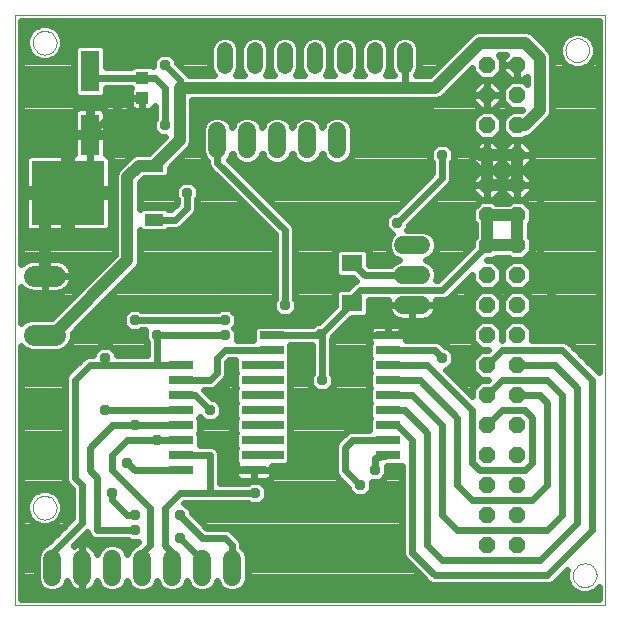
<source format=gbl>
G75*
%MOIN*%
%OFA0B0*%
%FSLAX24Y24*%
%IPPOS*%
%LPD*%
%AMOC8*
5,1,8,0,0,1.08239X$1,22.5*
%
%ADD10C,0.0000*%
%ADD11C,0.0705*%
%ADD12R,0.2441X0.2126*%
%ADD13R,0.0630X0.0394*%
%ADD14R,0.0630X0.1378*%
%ADD15R,0.0394X0.0433*%
%ADD16R,0.0800X0.0260*%
%ADD17OC8,0.0560*%
%ADD18C,0.0600*%
%ADD19R,0.0709X0.0551*%
%ADD20C,0.0520*%
%ADD21C,0.0240*%
%ADD22C,0.0400*%
%ADD23OC8,0.0356*%
D10*
X001100Y000333D02*
X001100Y020018D01*
X020785Y020018D01*
X020785Y000333D01*
X001100Y000333D01*
X001706Y003583D02*
X001708Y003622D01*
X001714Y003661D01*
X001724Y003699D01*
X001737Y003736D01*
X001754Y003771D01*
X001774Y003805D01*
X001798Y003836D01*
X001825Y003865D01*
X001854Y003891D01*
X001886Y003914D01*
X001920Y003934D01*
X001956Y003950D01*
X001993Y003962D01*
X002032Y003971D01*
X002071Y003976D01*
X002110Y003977D01*
X002149Y003974D01*
X002188Y003967D01*
X002225Y003956D01*
X002262Y003942D01*
X002297Y003924D01*
X002330Y003903D01*
X002361Y003878D01*
X002389Y003851D01*
X002414Y003821D01*
X002436Y003788D01*
X002455Y003754D01*
X002470Y003718D01*
X002482Y003680D01*
X002490Y003642D01*
X002494Y003603D01*
X002494Y003563D01*
X002490Y003524D01*
X002482Y003486D01*
X002470Y003448D01*
X002455Y003412D01*
X002436Y003378D01*
X002414Y003345D01*
X002389Y003315D01*
X002361Y003288D01*
X002330Y003263D01*
X002297Y003242D01*
X002262Y003224D01*
X002225Y003210D01*
X002188Y003199D01*
X002149Y003192D01*
X002110Y003189D01*
X002071Y003190D01*
X002032Y003195D01*
X001993Y003204D01*
X001956Y003216D01*
X001920Y003232D01*
X001886Y003252D01*
X001854Y003275D01*
X001825Y003301D01*
X001798Y003330D01*
X001774Y003361D01*
X001754Y003395D01*
X001737Y003430D01*
X001724Y003467D01*
X001714Y003505D01*
X001708Y003544D01*
X001706Y003583D01*
X001706Y019083D02*
X001708Y019122D01*
X001714Y019161D01*
X001724Y019199D01*
X001737Y019236D01*
X001754Y019271D01*
X001774Y019305D01*
X001798Y019336D01*
X001825Y019365D01*
X001854Y019391D01*
X001886Y019414D01*
X001920Y019434D01*
X001956Y019450D01*
X001993Y019462D01*
X002032Y019471D01*
X002071Y019476D01*
X002110Y019477D01*
X002149Y019474D01*
X002188Y019467D01*
X002225Y019456D01*
X002262Y019442D01*
X002297Y019424D01*
X002330Y019403D01*
X002361Y019378D01*
X002389Y019351D01*
X002414Y019321D01*
X002436Y019288D01*
X002455Y019254D01*
X002470Y019218D01*
X002482Y019180D01*
X002490Y019142D01*
X002494Y019103D01*
X002494Y019063D01*
X002490Y019024D01*
X002482Y018986D01*
X002470Y018948D01*
X002455Y018912D01*
X002436Y018878D01*
X002414Y018845D01*
X002389Y018815D01*
X002361Y018788D01*
X002330Y018763D01*
X002297Y018742D01*
X002262Y018724D01*
X002225Y018710D01*
X002188Y018699D01*
X002149Y018692D01*
X002110Y018689D01*
X002071Y018690D01*
X002032Y018695D01*
X001993Y018704D01*
X001956Y018716D01*
X001920Y018732D01*
X001886Y018752D01*
X001854Y018775D01*
X001825Y018801D01*
X001798Y018830D01*
X001774Y018861D01*
X001754Y018895D01*
X001737Y018930D01*
X001724Y018967D01*
X001714Y019005D01*
X001708Y019044D01*
X001706Y019083D01*
X019456Y018833D02*
X019458Y018872D01*
X019464Y018911D01*
X019474Y018949D01*
X019487Y018986D01*
X019504Y019021D01*
X019524Y019055D01*
X019548Y019086D01*
X019575Y019115D01*
X019604Y019141D01*
X019636Y019164D01*
X019670Y019184D01*
X019706Y019200D01*
X019743Y019212D01*
X019782Y019221D01*
X019821Y019226D01*
X019860Y019227D01*
X019899Y019224D01*
X019938Y019217D01*
X019975Y019206D01*
X020012Y019192D01*
X020047Y019174D01*
X020080Y019153D01*
X020111Y019128D01*
X020139Y019101D01*
X020164Y019071D01*
X020186Y019038D01*
X020205Y019004D01*
X020220Y018968D01*
X020232Y018930D01*
X020240Y018892D01*
X020244Y018853D01*
X020244Y018813D01*
X020240Y018774D01*
X020232Y018736D01*
X020220Y018698D01*
X020205Y018662D01*
X020186Y018628D01*
X020164Y018595D01*
X020139Y018565D01*
X020111Y018538D01*
X020080Y018513D01*
X020047Y018492D01*
X020012Y018474D01*
X019975Y018460D01*
X019938Y018449D01*
X019899Y018442D01*
X019860Y018439D01*
X019821Y018440D01*
X019782Y018445D01*
X019743Y018454D01*
X019706Y018466D01*
X019670Y018482D01*
X019636Y018502D01*
X019604Y018525D01*
X019575Y018551D01*
X019548Y018580D01*
X019524Y018611D01*
X019504Y018645D01*
X019487Y018680D01*
X019474Y018717D01*
X019464Y018755D01*
X019458Y018794D01*
X019456Y018833D01*
X019706Y001333D02*
X019708Y001372D01*
X019714Y001411D01*
X019724Y001449D01*
X019737Y001486D01*
X019754Y001521D01*
X019774Y001555D01*
X019798Y001586D01*
X019825Y001615D01*
X019854Y001641D01*
X019886Y001664D01*
X019920Y001684D01*
X019956Y001700D01*
X019993Y001712D01*
X020032Y001721D01*
X020071Y001726D01*
X020110Y001727D01*
X020149Y001724D01*
X020188Y001717D01*
X020225Y001706D01*
X020262Y001692D01*
X020297Y001674D01*
X020330Y001653D01*
X020361Y001628D01*
X020389Y001601D01*
X020414Y001571D01*
X020436Y001538D01*
X020455Y001504D01*
X020470Y001468D01*
X020482Y001430D01*
X020490Y001392D01*
X020494Y001353D01*
X020494Y001313D01*
X020490Y001274D01*
X020482Y001236D01*
X020470Y001198D01*
X020455Y001162D01*
X020436Y001128D01*
X020414Y001095D01*
X020389Y001065D01*
X020361Y001038D01*
X020330Y001013D01*
X020297Y000992D01*
X020262Y000974D01*
X020225Y000960D01*
X020188Y000949D01*
X020149Y000942D01*
X020110Y000939D01*
X020071Y000940D01*
X020032Y000945D01*
X019993Y000954D01*
X019956Y000966D01*
X019920Y000982D01*
X019886Y001002D01*
X019854Y001025D01*
X019825Y001051D01*
X019798Y001080D01*
X019774Y001111D01*
X019754Y001145D01*
X019737Y001180D01*
X019724Y001217D01*
X019714Y001255D01*
X019708Y001294D01*
X019706Y001333D01*
D11*
X002453Y009349D02*
X001748Y009349D01*
X001748Y011318D02*
X002453Y011318D01*
D12*
X002866Y014083D03*
D13*
X005740Y013186D03*
X005740Y014981D03*
D14*
X003600Y016020D03*
X003600Y018146D03*
D15*
X005350Y017918D03*
X005350Y017249D03*
D16*
X009670Y009333D03*
X009670Y008833D03*
X009670Y008333D03*
X009670Y007833D03*
X009670Y007333D03*
X009670Y006833D03*
X009670Y006333D03*
X009670Y005833D03*
X009670Y005333D03*
X009060Y005333D03*
X009060Y005833D03*
X009060Y006333D03*
X009060Y006833D03*
X009060Y007333D03*
X009060Y007833D03*
X009060Y008333D03*
X006640Y008333D03*
X006640Y007833D03*
X006640Y007333D03*
X006640Y006833D03*
X006640Y006333D03*
X006640Y005833D03*
X006640Y005333D03*
X006640Y004833D03*
X009060Y004833D03*
X013530Y005333D03*
X013530Y005833D03*
X013530Y006333D03*
X013530Y006833D03*
X013530Y007333D03*
X013530Y007833D03*
X013530Y008333D03*
X013530Y008833D03*
X013530Y009333D03*
D17*
X016850Y009333D03*
X016850Y008333D03*
X016850Y007333D03*
X016850Y006333D03*
X016850Y005333D03*
X016850Y004333D03*
X016850Y003333D03*
X016850Y002333D03*
X017850Y002333D03*
X017850Y003333D03*
X017850Y004333D03*
X017850Y005333D03*
X017850Y006333D03*
X017850Y007333D03*
X017850Y008333D03*
X017850Y009333D03*
X017850Y010333D03*
X016850Y010333D03*
X016850Y011333D03*
X017850Y011333D03*
X017850Y012333D03*
X016850Y012333D03*
X016850Y013333D03*
X017850Y013333D03*
X017850Y014333D03*
X017850Y015333D03*
X016850Y015333D03*
X016850Y014333D03*
X016850Y016333D03*
X017850Y016333D03*
X017850Y017333D03*
X016850Y017333D03*
X016850Y018333D03*
X017850Y018333D03*
D18*
X011850Y016133D02*
X011850Y015533D01*
X010850Y015533D02*
X010850Y016133D01*
X009850Y016133D02*
X009850Y015533D01*
X008850Y015533D02*
X008850Y016133D01*
X007850Y016133D02*
X007850Y015533D01*
X014050Y012333D02*
X014650Y012333D01*
X014650Y011333D02*
X014050Y011333D01*
X014050Y010333D02*
X014650Y010333D01*
X008350Y001883D02*
X008350Y001283D01*
X007350Y001283D02*
X007350Y001883D01*
X006350Y001883D02*
X006350Y001283D01*
X005350Y001283D02*
X005350Y001883D01*
X004350Y001883D02*
X004350Y001283D01*
X003350Y001283D02*
X003350Y001883D01*
X002350Y001883D02*
X002350Y001283D01*
D19*
X012350Y010414D03*
X012350Y011753D03*
D20*
X012100Y018323D02*
X012100Y018843D01*
X011100Y018843D02*
X011100Y018323D01*
X010100Y018323D02*
X010100Y018843D01*
X009100Y018843D02*
X009100Y018323D01*
X008100Y018323D02*
X008100Y018843D01*
X013100Y018843D02*
X013100Y018323D01*
X014100Y018323D02*
X014100Y018843D01*
D21*
X013753Y019175D02*
X013447Y019175D01*
X013507Y019115D02*
X013372Y019250D01*
X013196Y019323D01*
X013005Y019323D01*
X012828Y019250D01*
X012693Y019115D01*
X012620Y018939D01*
X012620Y018228D01*
X012693Y018051D01*
X012741Y018003D01*
X012459Y018003D01*
X012507Y018051D01*
X012580Y018228D01*
X012580Y018939D01*
X012507Y019115D01*
X012372Y019250D01*
X012196Y019323D01*
X012005Y019323D01*
X011828Y019250D01*
X011693Y019115D01*
X011620Y018939D01*
X011620Y018228D01*
X011693Y018051D01*
X011741Y018003D01*
X011459Y018003D01*
X011507Y018051D01*
X011580Y018228D01*
X011580Y018939D01*
X011507Y019115D01*
X011372Y019250D01*
X011196Y019323D01*
X011005Y019323D01*
X010828Y019250D01*
X010693Y019115D01*
X010620Y018939D01*
X010620Y018228D01*
X010693Y018051D01*
X010741Y018003D01*
X010459Y018003D01*
X010507Y018051D01*
X010580Y018228D01*
X010580Y018939D01*
X010507Y019115D01*
X010372Y019250D01*
X010196Y019323D01*
X010005Y019323D01*
X009828Y019250D01*
X009693Y019115D01*
X009620Y018939D01*
X009620Y018228D01*
X009693Y018051D01*
X009741Y018003D01*
X009459Y018003D01*
X009507Y018051D01*
X009580Y018228D01*
X009580Y018939D01*
X009507Y019115D01*
X009372Y019250D01*
X009196Y019323D01*
X009005Y019323D01*
X008828Y019250D01*
X008693Y019115D01*
X008620Y018939D01*
X008620Y018228D01*
X008693Y018051D01*
X008741Y018003D01*
X008459Y018003D01*
X008507Y018051D01*
X008580Y018228D01*
X008580Y018939D01*
X008507Y019115D01*
X008372Y019250D01*
X008196Y019323D01*
X008005Y019323D01*
X007828Y019250D01*
X007693Y019115D01*
X007620Y018939D01*
X007620Y018228D01*
X007693Y018051D01*
X007741Y018003D01*
X006898Y018003D01*
X006888Y018026D01*
X006793Y018122D01*
X006498Y018416D01*
X006498Y018498D01*
X006265Y018731D01*
X005935Y018731D01*
X005702Y018498D01*
X005702Y018291D01*
X005638Y018355D01*
X005062Y018355D01*
X004966Y018258D01*
X004135Y018258D01*
X004135Y018926D01*
X004006Y019055D01*
X003194Y019055D01*
X003065Y018926D01*
X003065Y017366D01*
X003194Y017237D01*
X004006Y017237D01*
X004135Y017366D01*
X004135Y017578D01*
X004964Y017578D01*
X004948Y017550D01*
X004933Y017494D01*
X004933Y017249D01*
X005350Y017249D01*
X005350Y017249D01*
X004828Y017249D01*
X003600Y016020D01*
X003600Y014818D01*
X002866Y014083D01*
X003100Y014599D01*
X003100Y014333D01*
X003350Y014583D01*
X002986Y014643D02*
X002746Y014643D01*
X002746Y014405D02*
X002986Y014405D01*
X002986Y014203D02*
X002746Y014203D01*
X002746Y013963D01*
X002986Y013963D01*
X002986Y012800D01*
X004115Y012800D01*
X004171Y012815D01*
X004221Y012844D01*
X004262Y012885D01*
X004291Y012935D01*
X004306Y012991D01*
X004306Y013963D01*
X002986Y013963D01*
X002986Y014203D01*
X004306Y014203D01*
X004306Y015175D01*
X004291Y015231D01*
X004262Y015281D01*
X004221Y015322D01*
X004171Y015351D01*
X004135Y015361D01*
X004135Y015983D01*
X003638Y015983D01*
X003638Y016058D01*
X004135Y016058D01*
X004135Y016738D01*
X004120Y016794D01*
X004091Y016844D01*
X004050Y016885D01*
X004000Y016914D01*
X003944Y016929D01*
X003638Y016929D01*
X003638Y016058D01*
X003563Y016058D01*
X003563Y016929D01*
X003256Y016929D01*
X003200Y016914D01*
X003150Y016885D01*
X003109Y016844D01*
X003080Y016794D01*
X003065Y016738D01*
X003065Y016058D01*
X003563Y016058D01*
X003563Y015983D01*
X003065Y015983D01*
X003065Y015366D01*
X002986Y015366D01*
X002986Y014203D01*
X002986Y014166D02*
X004430Y014166D01*
X004430Y013928D02*
X004306Y013928D01*
X004306Y013689D02*
X004430Y013689D01*
X004430Y013451D02*
X004306Y013451D01*
X004306Y013212D02*
X004430Y013212D01*
X004430Y012974D02*
X004302Y012974D01*
X004430Y012735D02*
X001320Y012735D01*
X001469Y012885D02*
X001510Y012844D01*
X001560Y012815D01*
X001616Y012800D01*
X002746Y012800D01*
X002746Y013963D01*
X001425Y013963D01*
X001425Y012991D01*
X001440Y012935D01*
X001469Y012885D01*
X001430Y012974D02*
X001320Y012974D01*
X001320Y013212D02*
X001425Y013212D01*
X001425Y013451D02*
X001320Y013451D01*
X001320Y013689D02*
X001425Y013689D01*
X001425Y013928D02*
X001320Y013928D01*
X001320Y014166D02*
X002746Y014166D01*
X002746Y014203D02*
X001425Y014203D01*
X001425Y015175D01*
X001440Y015231D01*
X001469Y015281D01*
X001510Y015322D01*
X001560Y015351D01*
X001616Y015366D01*
X002746Y015366D01*
X002746Y014203D01*
X002746Y013928D02*
X002986Y013928D01*
X002986Y013689D02*
X002746Y013689D01*
X002746Y013451D02*
X002986Y013451D01*
X002986Y013212D02*
X002746Y013212D01*
X002746Y012974D02*
X002986Y012974D01*
X002587Y011876D02*
X002498Y011890D01*
X002100Y011890D01*
X001703Y011890D01*
X001614Y011876D01*
X001528Y011848D01*
X001448Y011807D01*
X001375Y011754D01*
X001320Y011700D01*
X001320Y019798D01*
X020565Y019798D01*
X020565Y008099D01*
X019638Y009026D01*
X019543Y009122D01*
X019418Y009173D01*
X018350Y009173D01*
X018350Y009540D01*
X018057Y009833D01*
X017643Y009833D01*
X017350Y009540D01*
X017057Y009833D01*
X016643Y009833D01*
X016350Y009540D01*
X016350Y009126D01*
X016643Y008833D01*
X016869Y008833D01*
X016869Y008833D01*
X016643Y008833D01*
X016350Y008540D01*
X016350Y008126D01*
X016643Y007833D01*
X016350Y007540D01*
X016350Y007314D01*
X015479Y008185D01*
X015515Y008185D01*
X015748Y008418D01*
X015748Y008748D01*
X015515Y008981D01*
X015433Y008981D01*
X015293Y009122D01*
X015168Y009173D01*
X014150Y009173D01*
X014150Y009174D01*
X014150Y009333D01*
X013530Y009333D01*
X012910Y009333D01*
X012910Y009174D01*
X012925Y009118D01*
X012943Y009087D01*
X012910Y009054D01*
X012910Y008612D01*
X012939Y008583D01*
X012910Y008554D01*
X012910Y008112D01*
X012939Y008083D01*
X012910Y008054D01*
X012910Y007612D01*
X012939Y007583D01*
X012910Y007554D01*
X012910Y007112D01*
X012939Y007083D01*
X012910Y007054D01*
X012910Y006612D01*
X012939Y006583D01*
X012910Y006554D01*
X012910Y006173D01*
X012282Y006173D01*
X012157Y006122D01*
X011812Y005776D01*
X011760Y005651D01*
X011760Y004766D01*
X011812Y004641D01*
X012202Y004251D01*
X012202Y004168D01*
X012435Y003935D01*
X012765Y003935D01*
X012998Y004168D01*
X012998Y004435D01*
X013265Y004435D01*
X013498Y004668D01*
X013498Y004981D01*
X013510Y004983D01*
X014010Y004983D01*
X014010Y002016D01*
X014062Y001891D01*
X014812Y001141D01*
X014907Y001045D01*
X015032Y000993D01*
X018918Y000993D01*
X019043Y001045D01*
X019510Y001512D01*
X019486Y001455D01*
X019486Y001211D01*
X019580Y000986D01*
X019752Y000813D01*
X019978Y000720D01*
X020222Y000720D01*
X020448Y000813D01*
X020565Y000930D01*
X020565Y000553D01*
X001320Y000553D01*
X001320Y008967D01*
X001423Y008864D01*
X001634Y008777D01*
X002566Y008777D01*
X002777Y008864D01*
X002938Y009025D01*
X003025Y009235D01*
X003025Y009414D01*
X005088Y011477D01*
X005206Y011595D01*
X005270Y011750D01*
X005270Y012833D01*
X005334Y012769D01*
X006146Y012769D01*
X006223Y012846D01*
X006520Y012846D01*
X006645Y012897D01*
X006741Y012993D01*
X007138Y013391D01*
X007190Y013516D01*
X007190Y013860D01*
X007248Y013918D01*
X007248Y014248D01*
X007015Y014481D01*
X006685Y014481D01*
X006452Y014248D01*
X006452Y013918D01*
X006510Y013860D01*
X006510Y013724D01*
X006312Y013526D01*
X006223Y013526D01*
X006146Y013603D01*
X005334Y013603D01*
X005270Y013539D01*
X005270Y014417D01*
X005414Y014561D01*
X005823Y014561D01*
X005831Y014564D01*
X006146Y014564D01*
X006275Y014693D01*
X006275Y014922D01*
X006956Y015603D01*
X007020Y015758D01*
X007020Y017163D01*
X015184Y017163D01*
X015338Y017227D01*
X015463Y017352D01*
X016350Y018239D01*
X016350Y018126D01*
X016643Y017833D01*
X016350Y017540D01*
X016350Y017333D01*
X016350Y017126D01*
X016643Y016833D01*
X016350Y016540D01*
X016350Y016126D01*
X016643Y015833D01*
X016350Y015540D01*
X016350Y015333D01*
X016350Y015126D01*
X016643Y014833D01*
X016350Y014540D01*
X016350Y014333D01*
X016350Y014126D01*
X016643Y013833D01*
X016350Y013540D01*
X016350Y013126D01*
X016430Y013046D01*
X016430Y012620D01*
X016350Y012540D01*
X016350Y012314D01*
X015209Y011173D01*
X015147Y011173D01*
X015170Y011230D01*
X015170Y011437D01*
X015091Y011628D01*
X014945Y011774D01*
X014802Y011833D01*
X014945Y011892D01*
X015091Y012039D01*
X015170Y012230D01*
X015170Y012437D01*
X015091Y012628D01*
X014945Y012774D01*
X014754Y012853D01*
X014183Y012853D01*
X014248Y012918D01*
X014248Y013001D01*
X015543Y014295D01*
X015638Y014391D01*
X015690Y014516D01*
X015690Y015110D01*
X015748Y015168D01*
X015748Y015498D01*
X015515Y015731D01*
X015185Y015731D01*
X014952Y015498D01*
X014952Y015168D01*
X015010Y015110D01*
X015010Y014724D01*
X013767Y013481D01*
X013685Y013481D01*
X013452Y013248D01*
X013452Y012918D01*
X013676Y012695D01*
X013609Y012628D01*
X013530Y012437D01*
X013530Y012230D01*
X013609Y012039D01*
X013756Y011892D01*
X013898Y011833D01*
X013756Y011774D01*
X013655Y011673D01*
X012924Y011673D01*
X012924Y012119D01*
X012796Y012248D01*
X011905Y012248D01*
X011776Y012119D01*
X011776Y011386D01*
X011905Y011257D01*
X012365Y011257D01*
X012473Y011149D01*
X012407Y011122D01*
X012312Y011026D01*
X012196Y010910D01*
X011905Y010910D01*
X011776Y010781D01*
X011776Y010321D01*
X011227Y009772D01*
X011145Y009772D01*
X011046Y009673D01*
X010171Y009673D01*
X010161Y009683D01*
X009179Y009683D01*
X009050Y009554D01*
X009050Y009173D01*
X008498Y009173D01*
X008498Y009498D01*
X008413Y009583D01*
X008498Y009668D01*
X008498Y009998D01*
X008265Y010231D01*
X007935Y010231D01*
X007877Y010173D01*
X005323Y010173D01*
X005265Y010231D01*
X004935Y010231D01*
X004702Y009998D01*
X004702Y009668D01*
X004935Y009435D01*
X005265Y009435D01*
X005323Y009493D01*
X005452Y009493D01*
X005452Y009168D01*
X005510Y009110D01*
X005510Y008673D01*
X004498Y008673D01*
X004498Y008748D01*
X004265Y008981D01*
X003935Y008981D01*
X003702Y008748D01*
X003702Y008673D01*
X003532Y008673D01*
X003407Y008622D01*
X003312Y008526D01*
X002812Y008026D01*
X002760Y007901D01*
X002760Y004516D01*
X002812Y004391D01*
X002907Y004295D01*
X003010Y004193D01*
X003010Y003224D01*
X002149Y002363D01*
X002056Y002324D01*
X001909Y002178D01*
X001830Y001987D01*
X001830Y001180D01*
X001909Y000989D01*
X002056Y000842D01*
X002247Y000763D01*
X002454Y000763D01*
X002645Y000842D01*
X002791Y000989D01*
X002851Y001135D01*
X002868Y001084D01*
X002905Y001011D01*
X002953Y000945D01*
X003011Y000887D01*
X003078Y000839D01*
X003150Y000801D01*
X003228Y000776D01*
X003309Y000763D01*
X003350Y000763D01*
X003350Y001583D01*
X003350Y001583D01*
X003350Y000763D01*
X003391Y000763D01*
X003472Y000776D01*
X003550Y000801D01*
X003623Y000839D01*
X003689Y000887D01*
X003747Y000945D01*
X003795Y001011D01*
X003832Y001084D01*
X003849Y001135D01*
X003909Y000989D01*
X004056Y000842D01*
X004247Y000763D01*
X004454Y000763D01*
X004645Y000842D01*
X004791Y000989D01*
X004850Y001132D01*
X004909Y000989D01*
X005056Y000842D01*
X005247Y000763D01*
X005454Y000763D01*
X005645Y000842D01*
X005791Y000989D01*
X005850Y001132D01*
X005909Y000989D01*
X006056Y000842D01*
X006247Y000763D01*
X006454Y000763D01*
X006645Y000842D01*
X006791Y000989D01*
X006850Y001132D01*
X006909Y000989D01*
X007056Y000842D01*
X007247Y000763D01*
X007454Y000763D01*
X007645Y000842D01*
X007791Y000989D01*
X007850Y001132D01*
X007909Y000989D01*
X008056Y000842D01*
X008247Y000763D01*
X008454Y000763D01*
X008645Y000842D01*
X008791Y000989D01*
X008870Y001180D01*
X008870Y001987D01*
X008791Y002178D01*
X008690Y002279D01*
X008690Y002401D01*
X008638Y002526D01*
X008543Y002622D01*
X008293Y002872D01*
X008168Y002923D01*
X007491Y002923D01*
X006998Y003416D01*
X006998Y003498D01*
X006765Y003731D01*
X006729Y003731D01*
X006741Y003743D01*
X008877Y003743D01*
X008935Y003685D01*
X009265Y003685D01*
X009498Y003918D01*
X009498Y004248D01*
X009265Y004481D01*
X008935Y004481D01*
X008877Y004423D01*
X007940Y004423D01*
X007940Y005401D01*
X007888Y005526D01*
X007793Y005622D01*
X007668Y005673D01*
X007260Y005673D01*
X007260Y006054D01*
X007231Y006083D01*
X007260Y006112D01*
X007260Y006554D01*
X007231Y006583D01*
X007259Y006611D01*
X007435Y006435D01*
X007765Y006435D01*
X007998Y006668D01*
X007998Y006998D01*
X007765Y007231D01*
X007683Y007231D01*
X007421Y007493D01*
X007668Y007493D01*
X007793Y007545D01*
X008043Y007795D01*
X008138Y007891D01*
X008190Y008016D01*
X008190Y008443D01*
X008241Y008493D01*
X008440Y008493D01*
X008440Y008112D01*
X008469Y008083D01*
X008440Y008054D01*
X008440Y007612D01*
X008469Y007583D01*
X008440Y007554D01*
X008440Y007112D01*
X008469Y007083D01*
X008440Y007054D01*
X008440Y006612D01*
X008469Y006583D01*
X008440Y006554D01*
X008440Y006112D01*
X008469Y006083D01*
X008440Y006054D01*
X008440Y005612D01*
X008469Y005583D01*
X008440Y005554D01*
X008440Y005112D01*
X008473Y005079D01*
X008455Y005048D01*
X008440Y004992D01*
X008440Y004833D01*
X008440Y004674D01*
X008455Y004618D01*
X008484Y004568D01*
X008525Y004527D01*
X008575Y004498D01*
X008631Y004483D01*
X009060Y004483D01*
X009060Y004833D01*
X009060Y004833D01*
X009060Y004483D01*
X009489Y004483D01*
X009545Y004498D01*
X009595Y004527D01*
X009636Y004568D01*
X009665Y004618D01*
X009680Y004674D01*
X009680Y004833D01*
X009060Y004833D01*
X008440Y004833D01*
X009060Y004833D01*
X009060Y004833D01*
X009060Y004833D01*
X008600Y004833D01*
X008350Y005083D01*
X008350Y006583D01*
X008100Y006833D01*
X008100Y007583D01*
X007974Y007727D02*
X008440Y007727D01*
X008440Y007965D02*
X008169Y007965D01*
X007850Y008083D02*
X007850Y008583D01*
X008100Y008833D01*
X009670Y008833D01*
X009670Y009333D02*
X011269Y009333D01*
X011310Y009374D01*
X012350Y010414D01*
X012350Y010583D01*
X012600Y010833D01*
X015350Y010833D01*
X016850Y012333D01*
X017137Y011913D02*
X017563Y011913D01*
X017643Y011833D01*
X017350Y011540D01*
X017057Y011833D01*
X016831Y011833D01*
X017057Y011833D01*
X017137Y011913D01*
X017109Y011781D02*
X017591Y011781D01*
X017643Y011833D02*
X018057Y011833D01*
X018350Y011540D01*
X018350Y011126D01*
X018057Y010833D01*
X017643Y010833D01*
X017350Y010540D01*
X017350Y010126D01*
X017643Y009833D01*
X018057Y009833D01*
X018350Y010126D01*
X018350Y010540D01*
X018057Y010833D01*
X017643Y010833D01*
X017350Y011126D01*
X017350Y011540D01*
X017350Y011126D01*
X017057Y010833D01*
X016643Y010833D01*
X016350Y010540D01*
X016350Y010126D01*
X016643Y009833D01*
X017057Y009833D01*
X017350Y010126D01*
X017350Y010540D01*
X017057Y010833D01*
X016643Y010833D01*
X016350Y011126D01*
X016350Y011353D01*
X015543Y010545D01*
X015418Y010493D01*
X015145Y010493D01*
X015157Y010455D01*
X015170Y010374D01*
X015170Y010333D01*
X014350Y010333D01*
X014350Y010333D01*
X014350Y009813D01*
X014009Y009813D01*
X013928Y009826D01*
X013850Y009851D01*
X013778Y009889D01*
X013711Y009937D01*
X013653Y009995D01*
X013605Y010061D01*
X013568Y010134D01*
X013543Y010212D01*
X013530Y010292D01*
X013530Y010333D01*
X014350Y010333D01*
X014350Y009813D01*
X014691Y009813D01*
X014772Y009826D01*
X014850Y009851D01*
X014923Y009889D01*
X014989Y009937D01*
X015047Y009995D01*
X015095Y010061D01*
X015132Y010134D01*
X015157Y010212D01*
X015170Y010292D01*
X015170Y010333D01*
X014350Y010333D01*
X014350Y010333D01*
X014350Y010333D01*
X015850Y010333D01*
X016350Y010833D01*
X018350Y010833D01*
X018600Y011083D01*
X019600Y010083D01*
X020565Y010112D02*
X018336Y010112D01*
X018350Y010350D02*
X020565Y010350D01*
X020565Y010589D02*
X018302Y010589D01*
X018063Y010827D02*
X020565Y010827D01*
X020565Y011066D02*
X018290Y011066D01*
X018350Y011304D02*
X020565Y011304D01*
X020565Y011543D02*
X018348Y011543D01*
X018109Y011781D02*
X020565Y011781D01*
X020565Y012020D02*
X018244Y012020D01*
X018350Y012126D02*
X018057Y011833D01*
X017643Y011833D01*
X017352Y011543D02*
X017348Y011543D01*
X017350Y011304D02*
X017350Y011304D01*
X017290Y011066D02*
X017410Y011066D01*
X017637Y010827D02*
X017063Y010827D01*
X017302Y010589D02*
X017398Y010589D01*
X017350Y010350D02*
X017350Y010350D01*
X017336Y010112D02*
X017364Y010112D01*
X017603Y009873D02*
X017097Y009873D01*
X017256Y009635D02*
X017444Y009635D01*
X017350Y009540D02*
X017350Y009173D01*
X017350Y009540D01*
X017350Y009396D02*
X017350Y009396D01*
X017350Y009173D02*
X017350Y009173D01*
X017350Y008833D02*
X016850Y008333D01*
X016869Y007833D02*
X016643Y007833D01*
X016869Y007833D01*
X016869Y007833D01*
X016536Y007727D02*
X015937Y007727D01*
X015699Y007965D02*
X016511Y007965D01*
X016350Y008204D02*
X015534Y008204D01*
X015748Y008442D02*
X016350Y008442D01*
X016490Y008681D02*
X015748Y008681D01*
X015577Y008919D02*
X016557Y008919D01*
X016350Y009158D02*
X015205Y009158D01*
X015100Y008833D02*
X015350Y008583D01*
X015100Y008833D02*
X013530Y008833D01*
X013530Y009333D02*
X013530Y009333D01*
X013530Y009333D01*
X013850Y009333D01*
X014350Y009833D01*
X014350Y010333D01*
X013530Y010333D01*
X013530Y010374D01*
X013543Y010455D01*
X013555Y010493D01*
X012924Y010493D01*
X012924Y010047D01*
X012796Y009918D01*
X012335Y009918D01*
X011708Y009291D01*
X011708Y009209D01*
X011690Y009191D01*
X011690Y008056D01*
X011748Y007998D01*
X011748Y007668D01*
X011515Y007435D01*
X011185Y007435D01*
X010952Y007668D01*
X010952Y007998D01*
X011010Y008056D01*
X011010Y008993D01*
X010290Y008993D01*
X010290Y008612D01*
X010261Y008583D01*
X010290Y008554D01*
X010290Y008112D01*
X010261Y008083D01*
X010290Y008054D01*
X010290Y007612D01*
X010261Y007583D01*
X010290Y007554D01*
X010290Y007112D01*
X010261Y007083D01*
X010290Y007054D01*
X010290Y006612D01*
X010261Y006583D01*
X010290Y006554D01*
X010290Y006112D01*
X010261Y006083D01*
X010290Y006054D01*
X010290Y005612D01*
X010261Y005583D01*
X010290Y005554D01*
X010290Y005112D01*
X010161Y004983D01*
X009680Y004983D01*
X009680Y004833D01*
X009060Y004833D01*
X009060Y004626D02*
X009060Y004626D01*
X009359Y004388D02*
X012065Y004388D01*
X012221Y004149D02*
X009498Y004149D01*
X009491Y003911D02*
X014010Y003911D01*
X014010Y004149D02*
X012979Y004149D01*
X012998Y004388D02*
X014010Y004388D01*
X014010Y004626D02*
X013456Y004626D01*
X013498Y004865D02*
X014010Y004865D01*
X013530Y005333D02*
X013100Y005251D01*
X013100Y004833D01*
X012600Y004333D02*
X012100Y004833D01*
X012100Y005583D01*
X012350Y005833D01*
X013530Y005833D01*
X013530Y006333D02*
X013850Y006333D01*
X014350Y005833D01*
X014350Y002083D01*
X015100Y001333D01*
X018850Y001333D01*
X020350Y002833D01*
X020350Y007833D01*
X019350Y008833D01*
X017350Y008833D01*
X017850Y008333D02*
X019100Y008333D01*
X019850Y007583D01*
X019850Y003083D01*
X018600Y001833D01*
X015350Y001833D01*
X014850Y002333D01*
X014850Y006083D01*
X014100Y006833D01*
X013530Y006833D01*
X013530Y007333D02*
X014350Y007333D01*
X015350Y006333D01*
X015350Y003333D01*
X015850Y002833D01*
X018850Y002833D01*
X019350Y003333D01*
X019350Y007333D01*
X018850Y007833D01*
X017350Y007833D01*
X016850Y007333D01*
X016350Y007488D02*
X016176Y007488D01*
X016350Y006833D02*
X016350Y005083D01*
X016600Y004833D01*
X018100Y004833D01*
X018350Y005083D01*
X018350Y006583D01*
X018100Y006833D01*
X017350Y006833D01*
X016850Y006333D01*
X016350Y006833D02*
X014850Y008333D01*
X013530Y008333D01*
X013530Y007833D02*
X014600Y007833D01*
X015850Y006583D01*
X015850Y004333D01*
X016350Y003833D01*
X018350Y003833D01*
X018850Y004333D01*
X018850Y007083D01*
X018600Y007333D01*
X017850Y007333D01*
X019455Y009158D02*
X020565Y009158D01*
X020565Y009396D02*
X018350Y009396D01*
X018256Y009635D02*
X020565Y009635D01*
X020565Y009873D02*
X018097Y009873D01*
X018600Y011083D02*
X018600Y014083D01*
X018350Y014333D01*
X017850Y014333D01*
X017850Y014333D01*
X017850Y013833D01*
X017643Y013833D01*
X017563Y013753D01*
X017137Y013753D01*
X017057Y013833D01*
X016643Y013833D01*
X016850Y013833D01*
X016850Y014333D01*
X016850Y014333D01*
X016850Y013833D01*
X017057Y013833D01*
X017350Y014126D01*
X017350Y014333D01*
X016850Y014333D01*
X016350Y014333D01*
X016850Y014333D01*
X016850Y014333D01*
X016850Y014333D01*
X017350Y014333D01*
X017350Y014126D01*
X017643Y013833D01*
X018057Y013833D01*
X018350Y013540D01*
X018350Y013126D01*
X018270Y013046D01*
X018270Y012620D01*
X018350Y012540D01*
X018350Y012126D01*
X018350Y012258D02*
X020565Y012258D01*
X020565Y012497D02*
X018350Y012497D01*
X018270Y012735D02*
X020565Y012735D01*
X020565Y012974D02*
X018270Y012974D01*
X018350Y013212D02*
X020565Y013212D01*
X020565Y013451D02*
X018350Y013451D01*
X018201Y013689D02*
X020565Y013689D01*
X020565Y013928D02*
X018152Y013928D01*
X018057Y013833D02*
X018350Y014126D01*
X018350Y014333D01*
X017850Y014333D01*
X017850Y013833D01*
X018057Y013833D01*
X017850Y013928D02*
X017850Y013928D01*
X017850Y014166D02*
X017850Y014166D01*
X017850Y014333D02*
X017350Y014333D01*
X017350Y014540D01*
X017057Y014833D01*
X016850Y014833D01*
X016643Y014833D01*
X016850Y014833D01*
X016850Y014333D01*
X016850Y014333D01*
X016850Y014833D01*
X016850Y015333D01*
X016850Y015333D01*
X016850Y014833D01*
X017057Y014833D01*
X017350Y015126D01*
X017643Y014833D01*
X017350Y014540D01*
X017350Y014333D01*
X017850Y014333D01*
X017850Y014333D01*
X017850Y014333D01*
X018350Y014333D01*
X018350Y014540D01*
X018057Y014833D01*
X017850Y014833D01*
X017643Y014833D01*
X017850Y014833D01*
X017850Y014333D01*
X017850Y014333D01*
X017850Y014833D01*
X017850Y015333D01*
X017850Y015333D01*
X017850Y014833D01*
X018057Y014833D01*
X018350Y015126D01*
X018350Y015333D01*
X017850Y015333D01*
X017350Y015333D01*
X017350Y015126D01*
X017350Y015333D01*
X016850Y015333D01*
X016350Y015333D01*
X016850Y015333D01*
X016850Y015333D01*
X016850Y015333D01*
X017350Y015333D01*
X017850Y015333D01*
X017850Y015333D01*
X017850Y015333D01*
X018350Y015333D01*
X018350Y015540D01*
X018057Y015833D01*
X017850Y015833D01*
X017643Y015833D01*
X017350Y015540D01*
X017350Y015333D01*
X017350Y015540D01*
X017057Y015833D01*
X016850Y015833D01*
X016643Y015833D01*
X017057Y015833D01*
X017350Y016126D01*
X017350Y016540D01*
X017057Y016833D01*
X016643Y016833D01*
X016850Y016833D01*
X016850Y017333D01*
X016850Y017333D01*
X016850Y016833D01*
X017057Y016833D01*
X017350Y017126D01*
X017350Y017333D01*
X016850Y017333D01*
X016350Y017333D01*
X016850Y017333D01*
X016850Y017333D01*
X016850Y017333D01*
X017350Y017333D01*
X017350Y017540D01*
X017057Y017833D01*
X016850Y017833D01*
X016643Y017833D01*
X017057Y017833D01*
X017350Y018126D01*
X017643Y017833D01*
X017350Y017540D01*
X017350Y017126D01*
X017643Y016833D01*
X017350Y016540D01*
X017350Y016126D01*
X017643Y015833D01*
X018057Y015833D01*
X018137Y015913D01*
X018184Y015913D01*
X018338Y015977D01*
X018456Y016095D01*
X018956Y016595D01*
X019020Y016750D01*
X019020Y018667D01*
X018956Y018821D01*
X018838Y018939D01*
X018338Y019439D01*
X018184Y019503D01*
X016517Y019503D01*
X016362Y019439D01*
X016244Y019321D01*
X014928Y018005D01*
X014924Y018003D01*
X014459Y018003D01*
X014507Y018051D01*
X014580Y018228D01*
X014580Y018939D01*
X014507Y019115D01*
X014372Y019250D01*
X014196Y019323D01*
X014005Y019323D01*
X013828Y019250D01*
X013693Y019115D01*
X013620Y018939D01*
X013620Y018228D01*
X013693Y018051D01*
X013741Y018003D01*
X013459Y018003D01*
X013507Y018051D01*
X013580Y018228D01*
X013580Y018939D01*
X013507Y019115D01*
X013580Y018936D02*
X013620Y018936D01*
X013620Y018698D02*
X013580Y018698D01*
X013580Y018459D02*
X013620Y018459D01*
X013623Y018221D02*
X013577Y018221D01*
X014100Y018583D02*
X014100Y017583D01*
X014577Y018221D02*
X015144Y018221D01*
X015382Y018459D02*
X014580Y018459D01*
X014580Y018698D02*
X015621Y018698D01*
X015859Y018936D02*
X014580Y018936D01*
X014447Y019175D02*
X016098Y019175D01*
X016336Y019413D02*
X002628Y019413D01*
X002620Y019431D02*
X002448Y019604D01*
X002222Y019697D01*
X001978Y019697D01*
X001752Y019604D01*
X001580Y019431D01*
X001486Y019205D01*
X001486Y018961D01*
X001580Y018736D01*
X001752Y018563D01*
X001978Y018470D01*
X002222Y018470D01*
X002448Y018563D01*
X002620Y018736D01*
X002714Y018961D01*
X002714Y019205D01*
X002620Y019431D01*
X002714Y019175D02*
X007753Y019175D01*
X007620Y018936D02*
X004125Y018936D01*
X004135Y018698D02*
X005902Y018698D01*
X005702Y018459D02*
X004135Y018459D01*
X003600Y018146D02*
X003828Y017918D01*
X005350Y017918D01*
X005765Y017918D01*
X006100Y017583D01*
X006100Y016333D01*
X005702Y016313D02*
X004135Y016313D01*
X004135Y016551D02*
X005755Y016551D01*
X005760Y016556D02*
X005702Y016498D01*
X005702Y016168D01*
X005935Y015935D01*
X006100Y015935D01*
X005566Y015401D01*
X005156Y015401D01*
X005002Y015337D01*
X004884Y015219D01*
X004884Y015219D01*
X004612Y014947D01*
X004494Y014829D01*
X004430Y014675D01*
X004430Y012007D01*
X002344Y009922D01*
X001634Y009922D01*
X001423Y009834D01*
X001320Y009731D01*
X001320Y010935D01*
X001375Y010881D01*
X001448Y010828D01*
X001528Y010787D01*
X001614Y010759D01*
X001703Y010745D01*
X002100Y010745D01*
X002100Y011318D01*
X002100Y011890D01*
X002100Y011318D01*
X002100Y011318D01*
X003025Y011318D01*
X003025Y011363D01*
X003011Y011452D01*
X002983Y011537D01*
X002942Y011618D01*
X002889Y011691D01*
X002826Y011754D01*
X002753Y011807D01*
X002672Y011848D01*
X002587Y011876D01*
X002788Y011781D02*
X004204Y011781D01*
X003966Y011543D02*
X002980Y011543D01*
X003025Y011318D02*
X002100Y011318D01*
X002100Y011318D01*
X002100Y011318D01*
X002100Y010745D01*
X002498Y010745D01*
X002587Y010759D01*
X002672Y010787D01*
X002753Y010828D01*
X002826Y010881D01*
X002889Y010945D01*
X002942Y011018D01*
X002983Y011098D01*
X003011Y011184D01*
X003025Y011273D01*
X003025Y011318D01*
X003025Y011304D02*
X003727Y011304D01*
X003489Y011066D02*
X002967Y011066D01*
X002751Y010827D02*
X003250Y010827D01*
X003012Y010589D02*
X001320Y010589D01*
X001320Y010827D02*
X001449Y010827D01*
X001320Y010350D02*
X002773Y010350D01*
X002535Y010112D02*
X001320Y010112D01*
X001320Y009873D02*
X001517Y009873D01*
X002100Y010827D02*
X002100Y010827D01*
X002100Y011066D02*
X002100Y011066D01*
X002100Y011304D02*
X002100Y011304D01*
X002100Y011543D02*
X002100Y011543D01*
X002100Y011781D02*
X002100Y011781D01*
X001412Y011781D02*
X001320Y011781D01*
X001320Y012020D02*
X004430Y012020D01*
X004430Y012258D02*
X001320Y012258D01*
X001320Y012497D02*
X004430Y012497D01*
X005270Y012497D02*
X009760Y012497D01*
X009760Y012693D02*
X009760Y010556D01*
X009702Y010498D01*
X009702Y010168D01*
X009935Y009935D01*
X010265Y009935D01*
X010498Y010168D01*
X010498Y010498D01*
X010440Y010556D01*
X010440Y012901D01*
X010388Y013026D01*
X008233Y015181D01*
X008291Y015239D01*
X008350Y015382D01*
X008409Y015239D01*
X008556Y015092D01*
X008747Y015013D01*
X008954Y015013D01*
X009145Y015092D01*
X009291Y015239D01*
X009350Y015382D01*
X009409Y015239D01*
X009556Y015092D01*
X009747Y015013D01*
X009954Y015013D01*
X010145Y015092D01*
X010291Y015239D01*
X010350Y015382D01*
X010409Y015239D01*
X010556Y015092D01*
X010747Y015013D01*
X010954Y015013D01*
X011145Y015092D01*
X011291Y015239D01*
X011350Y015382D01*
X011409Y015239D01*
X011556Y015092D01*
X011747Y015013D01*
X011954Y015013D01*
X012145Y015092D01*
X012291Y015239D01*
X012370Y015430D01*
X012370Y016237D01*
X012291Y016428D01*
X012145Y016574D01*
X011954Y016653D01*
X011747Y016653D01*
X011556Y016574D01*
X011409Y016428D01*
X011350Y016285D01*
X011291Y016428D01*
X011145Y016574D01*
X010954Y016653D01*
X010747Y016653D01*
X010556Y016574D01*
X010409Y016428D01*
X010350Y016285D01*
X010291Y016428D01*
X010145Y016574D01*
X009954Y016653D01*
X009747Y016653D01*
X009556Y016574D01*
X009409Y016428D01*
X009350Y016285D01*
X009291Y016428D01*
X009145Y016574D01*
X008954Y016653D01*
X008747Y016653D01*
X008556Y016574D01*
X008409Y016428D01*
X008350Y016285D01*
X008291Y016428D01*
X008145Y016574D01*
X007954Y016653D01*
X007747Y016653D01*
X007556Y016574D01*
X007409Y016428D01*
X007330Y016237D01*
X007330Y015430D01*
X007409Y015239D01*
X007510Y015138D01*
X007510Y015016D01*
X007562Y014891D01*
X007657Y014795D01*
X009760Y012693D01*
X009717Y012735D02*
X005270Y012735D01*
X005740Y013186D02*
X006452Y013186D01*
X006850Y013583D01*
X006850Y014083D01*
X006609Y014405D02*
X005270Y014405D01*
X005270Y014166D02*
X006452Y014166D01*
X006452Y013928D02*
X005270Y013928D01*
X005270Y013689D02*
X006475Y013689D01*
X006960Y013212D02*
X009240Y013212D01*
X009479Y012974D02*
X006721Y012974D01*
X007163Y013451D02*
X009002Y013451D01*
X008763Y013689D02*
X007190Y013689D01*
X007248Y013928D02*
X008525Y013928D01*
X008286Y014166D02*
X007248Y014166D01*
X007092Y014405D02*
X008048Y014405D01*
X007809Y014643D02*
X006225Y014643D01*
X006275Y014882D02*
X007571Y014882D01*
X007510Y015120D02*
X006473Y015120D01*
X006712Y015359D02*
X007360Y015359D01*
X007330Y015597D02*
X006950Y015597D01*
X007020Y015836D02*
X007330Y015836D01*
X007330Y016074D02*
X007020Y016074D01*
X007020Y016313D02*
X007362Y016313D01*
X007533Y016551D02*
X007020Y016551D01*
X007020Y016790D02*
X016599Y016790D01*
X016448Y017028D02*
X007020Y017028D01*
X006600Y017583D02*
X006600Y017833D01*
X006100Y018333D01*
X006299Y018698D02*
X007620Y018698D01*
X007620Y018459D02*
X006498Y018459D01*
X006693Y018221D02*
X007623Y018221D01*
X008577Y018221D02*
X008623Y018221D01*
X008620Y018459D02*
X008580Y018459D01*
X008580Y018698D02*
X008620Y018698D01*
X008620Y018936D02*
X008580Y018936D01*
X008447Y019175D02*
X008753Y019175D01*
X009447Y019175D02*
X009753Y019175D01*
X009620Y018936D02*
X009580Y018936D01*
X009580Y018698D02*
X009620Y018698D01*
X009620Y018459D02*
X009580Y018459D01*
X009577Y018221D02*
X009623Y018221D01*
X010447Y019175D02*
X010753Y019175D01*
X010620Y018936D02*
X010580Y018936D01*
X010580Y018698D02*
X010620Y018698D01*
X010620Y018459D02*
X010580Y018459D01*
X010577Y018221D02*
X010623Y018221D01*
X011577Y018221D02*
X011623Y018221D01*
X011620Y018459D02*
X011580Y018459D01*
X011580Y018698D02*
X011620Y018698D01*
X011620Y018936D02*
X011580Y018936D01*
X011447Y019175D02*
X011753Y019175D01*
X012447Y019175D02*
X012753Y019175D01*
X012620Y018936D02*
X012580Y018936D01*
X012580Y018698D02*
X012620Y018698D01*
X012620Y018459D02*
X012580Y018459D01*
X012577Y018221D02*
X012623Y018221D01*
X012167Y016551D02*
X016361Y016551D01*
X016350Y016313D02*
X012339Y016313D01*
X012370Y016074D02*
X016402Y016074D01*
X016640Y015836D02*
X012370Y015836D01*
X012370Y015597D02*
X015051Y015597D01*
X014952Y015359D02*
X012341Y015359D01*
X012172Y015120D02*
X015000Y015120D01*
X015010Y014882D02*
X008532Y014882D01*
X008528Y015120D02*
X008294Y015120D01*
X008341Y015359D02*
X008360Y015359D01*
X007850Y015083D02*
X007850Y015833D01*
X008339Y016313D02*
X008362Y016313D01*
X008533Y016551D02*
X008167Y016551D01*
X009167Y016551D02*
X009533Y016551D01*
X009362Y016313D02*
X009339Y016313D01*
X010167Y016551D02*
X010533Y016551D01*
X010362Y016313D02*
X010339Y016313D01*
X011167Y016551D02*
X011533Y016551D01*
X011362Y016313D02*
X011339Y016313D01*
X011341Y015359D02*
X011360Y015359D01*
X011528Y015120D02*
X011172Y015120D01*
X010528Y015120D02*
X010172Y015120D01*
X010341Y015359D02*
X010360Y015359D01*
X009528Y015120D02*
X009172Y015120D01*
X009341Y015359D02*
X009360Y015359D01*
X008771Y014643D02*
X014929Y014643D01*
X014691Y014405D02*
X009009Y014405D01*
X009248Y014166D02*
X014452Y014166D01*
X014214Y013928D02*
X009486Y013928D01*
X009725Y013689D02*
X013975Y013689D01*
X013655Y013451D02*
X009963Y013451D01*
X010202Y013212D02*
X013452Y013212D01*
X013452Y012974D02*
X010410Y012974D01*
X010440Y012735D02*
X013635Y012735D01*
X013555Y012497D02*
X010440Y012497D01*
X010440Y012258D02*
X013530Y012258D01*
X013628Y012020D02*
X012924Y012020D01*
X012924Y011781D02*
X013773Y011781D01*
X014350Y011333D02*
X012769Y011333D01*
X012350Y011753D01*
X011857Y011304D02*
X010440Y011304D01*
X010440Y011066D02*
X012352Y011066D01*
X011822Y010827D02*
X010440Y010827D01*
X010440Y010589D02*
X011776Y010589D01*
X011776Y010350D02*
X010498Y010350D01*
X010442Y010112D02*
X011567Y010112D01*
X011329Y009873D02*
X008498Y009873D01*
X008465Y009635D02*
X009130Y009635D01*
X009050Y009396D02*
X008498Y009396D01*
X008100Y009333D02*
X005850Y009333D01*
X005850Y008333D01*
X006640Y008333D01*
X006640Y007833D02*
X007600Y007833D01*
X007850Y008083D01*
X008190Y008204D02*
X008440Y008204D01*
X008440Y008442D02*
X008190Y008442D01*
X009060Y008333D02*
X009670Y008333D01*
X009670Y007833D02*
X009060Y007833D01*
X008440Y007488D02*
X007426Y007488D01*
X007664Y007250D02*
X008440Y007250D01*
X008440Y007011D02*
X007985Y007011D01*
X007998Y006773D02*
X008440Y006773D01*
X008440Y006534D02*
X007864Y006534D01*
X007600Y006833D02*
X007100Y007333D01*
X006640Y007333D01*
X006600Y007333D01*
X006640Y006833D02*
X004100Y006833D01*
X004350Y006333D02*
X005100Y006333D01*
X006640Y006333D01*
X006640Y005833D02*
X005850Y005833D01*
X004850Y005833D01*
X004350Y005333D01*
X004350Y004833D01*
X005600Y003583D01*
X005600Y002333D01*
X005350Y002083D01*
X005350Y001583D01*
X004850Y002035D02*
X004791Y002178D01*
X004645Y002324D01*
X004454Y002403D01*
X004247Y002403D01*
X004056Y002324D01*
X003909Y002178D01*
X003849Y002032D01*
X003832Y002083D01*
X003795Y002156D01*
X003747Y002222D01*
X003689Y002280D01*
X003623Y002328D01*
X003550Y002365D01*
X003472Y002391D01*
X003391Y002403D01*
X003350Y002403D01*
X003309Y002403D01*
X003228Y002391D01*
X003150Y002365D01*
X003078Y002328D01*
X003071Y002323D01*
X003511Y002763D01*
X003562Y002641D01*
X003657Y002545D01*
X003782Y002493D01*
X004877Y002493D01*
X004935Y002435D01*
X005221Y002435D01*
X005149Y002363D01*
X005056Y002324D01*
X004909Y002178D01*
X004850Y002035D01*
X004727Y002241D02*
X004973Y002241D01*
X004891Y002480D02*
X003227Y002480D01*
X003350Y002403D02*
X003350Y001583D01*
X003350Y001583D01*
X003350Y002403D01*
X003350Y002241D02*
X003350Y002241D01*
X003350Y002003D02*
X003350Y002003D01*
X003350Y001764D02*
X003350Y001764D01*
X003350Y001526D02*
X003350Y001526D01*
X003350Y001287D02*
X003350Y001287D01*
X003350Y001049D02*
X003350Y001049D01*
X003350Y000810D02*
X003350Y000810D01*
X003133Y000810D02*
X002567Y000810D01*
X002816Y001049D02*
X002886Y001049D01*
X002350Y001583D02*
X002350Y002083D01*
X003350Y003083D01*
X003350Y004333D01*
X003100Y004583D01*
X003100Y007833D01*
X003600Y008333D01*
X004100Y008333D01*
X004100Y008583D01*
X004100Y008333D02*
X005850Y008333D01*
X005510Y008681D02*
X004498Y008681D01*
X004327Y008919D02*
X005510Y008919D01*
X005463Y009158D02*
X002993Y009158D01*
X003025Y009396D02*
X005452Y009396D01*
X005100Y009833D02*
X008100Y009833D01*
X008385Y010112D02*
X009759Y010112D01*
X009702Y010350D02*
X003961Y010350D01*
X003723Y010112D02*
X004816Y010112D01*
X004702Y009873D02*
X003484Y009873D01*
X003246Y009635D02*
X004736Y009635D01*
X004200Y010589D02*
X009760Y010589D01*
X009760Y010827D02*
X004438Y010827D01*
X004677Y011066D02*
X009760Y011066D01*
X009760Y011304D02*
X004915Y011304D01*
X005154Y011543D02*
X009760Y011543D01*
X009760Y011781D02*
X005270Y011781D01*
X005270Y012020D02*
X009760Y012020D01*
X009760Y012258D02*
X005270Y012258D01*
X004430Y014405D02*
X004306Y014405D01*
X004306Y014643D02*
X004430Y014643D01*
X004547Y014882D02*
X004306Y014882D01*
X004306Y015120D02*
X004785Y015120D01*
X004612Y014947D02*
X004612Y014947D01*
X005055Y015359D02*
X004143Y015359D01*
X004135Y015597D02*
X005762Y015597D01*
X006001Y015836D02*
X004135Y015836D01*
X004135Y016074D02*
X005796Y016074D01*
X005760Y016556D02*
X005760Y016978D01*
X005752Y016947D01*
X005723Y016897D01*
X005682Y016856D01*
X005632Y016827D01*
X005576Y016812D01*
X005350Y016812D01*
X005350Y017249D01*
X004933Y017249D01*
X004933Y017003D01*
X004948Y016947D01*
X004977Y016897D01*
X005018Y016856D01*
X005068Y016827D01*
X005124Y016812D01*
X005350Y016812D01*
X005350Y017249D01*
X005350Y017249D01*
X005350Y017028D02*
X005350Y017028D01*
X004933Y017028D02*
X001320Y017028D01*
X001320Y016790D02*
X003079Y016790D01*
X003065Y016551D02*
X001320Y016551D01*
X001320Y016313D02*
X003065Y016313D01*
X003065Y016074D02*
X001320Y016074D01*
X001320Y015836D02*
X003065Y015836D01*
X003065Y015597D02*
X001320Y015597D01*
X001320Y015359D02*
X001588Y015359D01*
X001425Y015120D02*
X001320Y015120D01*
X001320Y014882D02*
X001425Y014882D01*
X001425Y014643D02*
X001320Y014643D01*
X001320Y014405D02*
X001425Y014405D01*
X002746Y014882D02*
X002986Y014882D01*
X002986Y015120D02*
X002746Y015120D01*
X002746Y015359D02*
X002986Y015359D01*
X003563Y016074D02*
X003638Y016074D01*
X003638Y016313D02*
X003563Y016313D01*
X003563Y016551D02*
X003638Y016551D01*
X003638Y016790D02*
X003563Y016790D01*
X003164Y017267D02*
X001320Y017267D01*
X001320Y017505D02*
X003065Y017505D01*
X003065Y017744D02*
X001320Y017744D01*
X001320Y017982D02*
X003065Y017982D01*
X003065Y018221D02*
X001320Y018221D01*
X001320Y018459D02*
X003065Y018459D01*
X003065Y018698D02*
X002583Y018698D01*
X002703Y018936D02*
X003075Y018936D01*
X002331Y019652D02*
X020565Y019652D01*
X020565Y019413D02*
X020053Y019413D01*
X019972Y019447D02*
X020198Y019354D01*
X020370Y019181D01*
X020464Y018955D01*
X020464Y018711D01*
X020370Y018486D01*
X020198Y018313D01*
X019972Y018220D01*
X019728Y018220D01*
X019502Y018313D01*
X019330Y018486D01*
X019236Y018711D01*
X019236Y018955D01*
X019330Y019181D01*
X019502Y019354D01*
X019728Y019447D01*
X019972Y019447D01*
X019647Y019413D02*
X018364Y019413D01*
X018603Y019175D02*
X019327Y019175D01*
X019236Y018936D02*
X018841Y018936D01*
X019007Y018698D02*
X019242Y018698D01*
X019356Y018459D02*
X019020Y018459D01*
X019020Y018221D02*
X019725Y018221D01*
X019975Y018221D02*
X020565Y018221D01*
X020565Y018459D02*
X020344Y018459D01*
X020458Y018698D02*
X020565Y018698D01*
X020565Y018936D02*
X020464Y018936D01*
X020373Y019175D02*
X020565Y019175D01*
X020565Y017982D02*
X019020Y017982D01*
X019020Y017744D02*
X020565Y017744D01*
X020565Y017505D02*
X019020Y017505D01*
X019020Y017267D02*
X020565Y017267D01*
X020565Y017028D02*
X019020Y017028D01*
X019020Y016790D02*
X020565Y016790D01*
X020565Y016551D02*
X018912Y016551D01*
X018674Y016313D02*
X020565Y016313D01*
X020565Y016074D02*
X018435Y016074D01*
X018060Y015836D02*
X020565Y015836D01*
X020565Y015597D02*
X018293Y015597D01*
X018350Y015359D02*
X020565Y015359D01*
X020565Y015120D02*
X018344Y015120D01*
X018106Y014882D02*
X020565Y014882D01*
X020565Y014643D02*
X018247Y014643D01*
X018350Y014405D02*
X020565Y014405D01*
X020565Y014166D02*
X018350Y014166D01*
X017850Y014405D02*
X017850Y014405D01*
X017850Y014643D02*
X017850Y014643D01*
X017850Y014882D02*
X017850Y014882D01*
X017850Y015120D02*
X017850Y015120D01*
X017850Y015333D02*
X017850Y015833D01*
X017850Y015333D01*
X017850Y015333D01*
X017850Y015359D02*
X017850Y015359D01*
X017850Y015597D02*
X017850Y015597D01*
X017640Y015836D02*
X017060Y015836D01*
X016850Y015833D02*
X016850Y015333D01*
X016850Y015833D01*
X016850Y015597D02*
X016850Y015597D01*
X016850Y015359D02*
X016850Y015359D01*
X016850Y015333D02*
X016850Y015333D01*
X016850Y015120D02*
X016850Y015120D01*
X016850Y014882D02*
X016850Y014882D01*
X016850Y014643D02*
X016850Y014643D01*
X016850Y014405D02*
X016850Y014405D01*
X016850Y014166D02*
X016850Y014166D01*
X016850Y013928D02*
X016850Y013928D01*
X016548Y013928D02*
X015175Y013928D01*
X015414Y014166D02*
X016350Y014166D01*
X016350Y014405D02*
X015644Y014405D01*
X015690Y014643D02*
X016453Y014643D01*
X016594Y014882D02*
X015690Y014882D01*
X015700Y015120D02*
X016356Y015120D01*
X016350Y015359D02*
X015748Y015359D01*
X015649Y015597D02*
X016407Y015597D01*
X017106Y014882D02*
X017594Y014882D01*
X017453Y014643D02*
X017247Y014643D01*
X017350Y014405D02*
X017350Y014405D01*
X017152Y013928D02*
X017548Y013928D01*
X016499Y013689D02*
X014937Y013689D01*
X014698Y013451D02*
X016350Y013451D01*
X016350Y013212D02*
X014460Y013212D01*
X014248Y012974D02*
X016430Y012974D01*
X016430Y012735D02*
X014983Y012735D01*
X015145Y012497D02*
X016350Y012497D01*
X016294Y012258D02*
X015170Y012258D01*
X015072Y012020D02*
X016056Y012020D01*
X015817Y011781D02*
X014927Y011781D01*
X015126Y011543D02*
X015579Y011543D01*
X015340Y011304D02*
X015170Y011304D01*
X015825Y010827D02*
X016637Y010827D01*
X016398Y010589D02*
X015586Y010589D01*
X015170Y010350D02*
X016350Y010350D01*
X016364Y010112D02*
X015121Y010112D01*
X014893Y009873D02*
X016603Y009873D01*
X016444Y009635D02*
X014070Y009635D01*
X014065Y009639D02*
X014015Y009668D01*
X013959Y009683D01*
X013530Y009683D01*
X013101Y009683D01*
X013045Y009668D01*
X012995Y009639D01*
X012954Y009598D01*
X012925Y009548D01*
X012910Y009492D01*
X012910Y009333D01*
X013530Y009333D01*
X014150Y009333D01*
X014150Y009492D01*
X014135Y009548D01*
X014106Y009598D01*
X014065Y009639D01*
X013807Y009873D02*
X012290Y009873D01*
X012052Y009635D02*
X012990Y009635D01*
X012910Y009396D02*
X011813Y009396D01*
X011690Y009158D02*
X012915Y009158D01*
X012910Y008919D02*
X011690Y008919D01*
X011690Y008681D02*
X012910Y008681D01*
X012910Y008442D02*
X011690Y008442D01*
X011690Y008204D02*
X012910Y008204D01*
X012910Y007965D02*
X011748Y007965D01*
X011748Y007727D02*
X012910Y007727D01*
X012910Y007488D02*
X011568Y007488D01*
X011350Y007833D02*
X011350Y009253D01*
X011269Y009333D01*
X011010Y008919D02*
X010290Y008919D01*
X010290Y008681D02*
X011010Y008681D01*
X011010Y008442D02*
X010290Y008442D01*
X010290Y008204D02*
X011010Y008204D01*
X010952Y007965D02*
X010290Y007965D01*
X010290Y007727D02*
X010952Y007727D01*
X011132Y007488D02*
X010290Y007488D01*
X010290Y007250D02*
X012910Y007250D01*
X012910Y007011D02*
X010290Y007011D01*
X010290Y006773D02*
X012910Y006773D01*
X012910Y006534D02*
X010290Y006534D01*
X010290Y006296D02*
X012910Y006296D01*
X012093Y006057D02*
X010287Y006057D01*
X010290Y005819D02*
X011855Y005819D01*
X011760Y005580D02*
X010264Y005580D01*
X010290Y005342D02*
X011760Y005342D01*
X011760Y005103D02*
X010281Y005103D01*
X009680Y004865D02*
X011760Y004865D01*
X011826Y004626D02*
X009667Y004626D01*
X009100Y004083D02*
X007600Y004083D01*
X007600Y005333D01*
X006640Y005333D01*
X006640Y004833D02*
X005100Y004833D01*
X004850Y005083D01*
X004350Y004083D02*
X004350Y003833D01*
X004850Y003333D01*
X005100Y003333D01*
X005100Y002833D02*
X003850Y002833D01*
X003850Y004583D01*
X003600Y004833D01*
X003600Y005583D01*
X004350Y006333D01*
X002760Y006296D02*
X001320Y006296D01*
X001320Y006534D02*
X002760Y006534D01*
X002760Y006773D02*
X001320Y006773D01*
X001320Y007011D02*
X002760Y007011D01*
X002760Y007250D02*
X001320Y007250D01*
X001320Y007488D02*
X002760Y007488D01*
X002760Y007727D02*
X001320Y007727D01*
X001320Y007965D02*
X002787Y007965D01*
X002990Y008204D02*
X001320Y008204D01*
X001320Y008442D02*
X003228Y008442D01*
X003702Y008681D02*
X001320Y008681D01*
X001320Y008919D02*
X001368Y008919D01*
X002832Y008919D02*
X003873Y008919D01*
X002760Y006057D02*
X001320Y006057D01*
X001320Y005819D02*
X002760Y005819D01*
X002760Y005580D02*
X001320Y005580D01*
X001320Y005342D02*
X002760Y005342D01*
X002760Y005103D02*
X001320Y005103D01*
X001320Y004865D02*
X002760Y004865D01*
X002760Y004626D02*
X001320Y004626D01*
X001320Y004388D02*
X002815Y004388D01*
X003010Y004149D02*
X002337Y004149D01*
X002448Y004104D02*
X002222Y004197D01*
X001978Y004197D01*
X001752Y004104D01*
X001580Y003931D01*
X001486Y003705D01*
X001486Y003461D01*
X001580Y003236D01*
X001752Y003063D01*
X001978Y002970D01*
X002222Y002970D01*
X002448Y003063D01*
X002620Y003236D01*
X002714Y003461D01*
X002714Y003705D01*
X002620Y003931D01*
X002448Y004104D01*
X002629Y003911D02*
X003010Y003911D01*
X003010Y003672D02*
X002714Y003672D01*
X002702Y003434D02*
X003010Y003434D01*
X002981Y003195D02*
X002580Y003195D01*
X002743Y002957D02*
X001320Y002957D01*
X001320Y003195D02*
X001620Y003195D01*
X001498Y003434D02*
X001320Y003434D01*
X001320Y003672D02*
X001486Y003672D01*
X001571Y003911D02*
X001320Y003911D01*
X001320Y004149D02*
X001863Y004149D01*
X001320Y002718D02*
X002504Y002718D01*
X002266Y002480D02*
X001320Y002480D01*
X001320Y002241D02*
X001973Y002241D01*
X001837Y002003D02*
X001320Y002003D01*
X001320Y001764D02*
X001830Y001764D01*
X001830Y001526D02*
X001320Y001526D01*
X001320Y001287D02*
X001830Y001287D01*
X001884Y001049D02*
X001320Y001049D01*
X001320Y000810D02*
X002133Y000810D01*
X001320Y000572D02*
X020565Y000572D01*
X020565Y000810D02*
X020441Y000810D01*
X019759Y000810D02*
X008567Y000810D01*
X008816Y001049D02*
X014904Y001049D01*
X014665Y001287D02*
X008870Y001287D01*
X008870Y001526D02*
X014427Y001526D01*
X014188Y001764D02*
X008870Y001764D01*
X008863Y002003D02*
X014015Y002003D01*
X014010Y002241D02*
X008727Y002241D01*
X008657Y002480D02*
X014010Y002480D01*
X014010Y002718D02*
X008446Y002718D01*
X008100Y002583D02*
X008350Y002333D01*
X008350Y001583D01*
X007884Y001049D02*
X007816Y001049D01*
X007567Y000810D02*
X008133Y000810D01*
X007350Y001583D02*
X007350Y001833D01*
X006600Y002583D01*
X006350Y002083D02*
X006100Y002333D01*
X006100Y003583D01*
X006600Y004083D01*
X007600Y004083D01*
X007940Y004626D02*
X008453Y004626D01*
X008440Y004865D02*
X007940Y004865D01*
X007940Y005103D02*
X008449Y005103D01*
X008440Y005342D02*
X007940Y005342D01*
X007834Y005580D02*
X008466Y005580D01*
X008440Y005819D02*
X007260Y005819D01*
X007257Y006057D02*
X008443Y006057D01*
X008440Y006296D02*
X007260Y006296D01*
X007260Y006534D02*
X007336Y006534D01*
X009060Y006333D02*
X009670Y006333D01*
X009670Y005833D02*
X009060Y005833D01*
X009060Y005333D02*
X009670Y005333D01*
X009670Y006833D02*
X009060Y006833D01*
X009060Y007333D02*
X009670Y007333D01*
X010100Y010333D02*
X010100Y012833D01*
X007850Y015083D01*
X005760Y016790D02*
X004121Y016790D01*
X004036Y017267D02*
X004933Y017267D01*
X004936Y017505D02*
X004135Y017505D01*
X001869Y019652D02*
X001320Y019652D01*
X001320Y019413D02*
X001573Y019413D01*
X001486Y019175D02*
X001320Y019175D01*
X001320Y018936D02*
X001497Y018936D01*
X001618Y018698D02*
X001320Y018698D01*
X010440Y012020D02*
X011776Y012020D01*
X011776Y011781D02*
X010440Y011781D01*
X010440Y011543D02*
X011776Y011543D01*
X012924Y010350D02*
X013530Y010350D01*
X013579Y010112D02*
X012924Y010112D01*
X013530Y009683D02*
X013530Y009333D01*
X013530Y009333D01*
X013530Y009683D01*
X013530Y009635D02*
X013530Y009635D01*
X013530Y009396D02*
X013530Y009396D01*
X014150Y009396D02*
X016350Y009396D01*
X016410Y011066D02*
X016063Y011066D01*
X016302Y011304D02*
X016350Y011304D01*
X016831Y011833D02*
X016831Y011833D01*
X014350Y010112D02*
X014350Y010112D01*
X014350Y009873D02*
X014350Y009873D01*
X013850Y013083D02*
X015350Y014583D01*
X015350Y015333D01*
X016850Y017028D02*
X016850Y017028D01*
X016850Y017267D02*
X016850Y017267D01*
X016850Y017333D02*
X016850Y017833D01*
X016850Y017333D01*
X016850Y017333D01*
X016850Y017505D02*
X016850Y017505D01*
X016850Y017744D02*
X016850Y017744D01*
X016553Y017744D02*
X015855Y017744D01*
X016093Y017982D02*
X016494Y017982D01*
X016350Y018221D02*
X016332Y018221D01*
X016350Y017505D02*
X015616Y017505D01*
X015378Y017267D02*
X016350Y017267D01*
X017101Y016790D02*
X017599Y016790D01*
X017643Y016833D02*
X018006Y016833D01*
X018006Y016833D01*
X017643Y016833D01*
X017448Y017028D02*
X017252Y017028D01*
X017350Y017267D02*
X017350Y017267D01*
X017350Y017505D02*
X017350Y017505D01*
X017147Y017744D02*
X017553Y017744D01*
X017643Y017833D02*
X018057Y017833D01*
X018180Y017710D01*
X018180Y017956D01*
X018057Y017833D01*
X017850Y017833D01*
X017850Y018333D01*
X017850Y018333D01*
X017850Y017833D01*
X017643Y017833D01*
X017494Y017982D02*
X017206Y017982D01*
X017350Y018126D02*
X017350Y018540D01*
X017350Y018333D01*
X017350Y018126D01*
X017350Y018333D02*
X017850Y018333D01*
X017850Y018333D01*
X017350Y018333D01*
X017350Y018459D02*
X017350Y018459D01*
X017350Y018540D02*
X017473Y018663D01*
X017227Y018663D01*
X017350Y018540D01*
X017850Y018221D02*
X017850Y018221D01*
X017850Y017982D02*
X017850Y017982D01*
X018147Y017744D02*
X018180Y017744D01*
X017361Y016551D02*
X017339Y016551D01*
X017350Y016313D02*
X017350Y016313D01*
X017298Y016074D02*
X017402Y016074D01*
X017407Y015597D02*
X017293Y015597D01*
X017350Y015359D02*
X017350Y015359D01*
X017344Y015120D02*
X017356Y015120D01*
X015225Y017708D02*
X015100Y017708D01*
X019745Y008919D02*
X020565Y008919D01*
X020565Y008681D02*
X019983Y008681D01*
X020222Y008442D02*
X020565Y008442D01*
X020565Y008204D02*
X020460Y008204D01*
X014010Y003672D02*
X006824Y003672D01*
X006998Y003434D02*
X014010Y003434D01*
X014010Y003195D02*
X007219Y003195D01*
X007457Y002957D02*
X014010Y002957D01*
X019046Y001049D02*
X019554Y001049D01*
X019486Y001287D02*
X019285Y001287D01*
X008100Y002583D02*
X007350Y002583D01*
X006600Y003333D01*
X006350Y002083D02*
X006350Y001583D01*
X006816Y001049D02*
X006884Y001049D01*
X007133Y000810D02*
X006567Y000810D01*
X006133Y000810D02*
X005567Y000810D01*
X005816Y001049D02*
X005884Y001049D01*
X005133Y000810D02*
X004567Y000810D01*
X004816Y001049D02*
X004884Y001049D01*
X004133Y000810D02*
X003567Y000810D01*
X003814Y001049D02*
X003884Y001049D01*
X003973Y002241D02*
X003727Y002241D01*
X003530Y002718D02*
X003466Y002718D01*
D22*
X002366Y009349D02*
X002100Y009349D01*
X002366Y009349D02*
X004850Y011833D01*
X004850Y014591D01*
X005240Y014981D01*
X005740Y014981D01*
X006600Y015841D01*
X006600Y017583D01*
X014100Y017583D01*
X015100Y017583D01*
X015225Y017708D01*
X016600Y019083D01*
X018100Y019083D01*
X018600Y018583D01*
X018600Y016833D01*
X018100Y016333D01*
X017850Y016333D01*
X017850Y015333D02*
X016850Y015333D01*
X016600Y015333D01*
X014850Y016833D01*
X007350Y016833D01*
X002866Y014083D02*
X002100Y014818D01*
X002100Y011318D01*
X016850Y012333D02*
X017850Y012333D01*
X017850Y013333D01*
X016850Y013333D01*
X016850Y012333D01*
X016850Y014333D02*
X017850Y014333D01*
X017850Y015333D01*
X016850Y015333D02*
X016850Y014333D01*
D23*
X015350Y015333D03*
X013850Y013083D03*
X011310Y009374D03*
X010100Y010333D03*
X008100Y009833D03*
X008100Y009333D03*
X008100Y007583D03*
X007600Y006833D03*
X005850Y005833D03*
X005100Y006333D03*
X004100Y006833D03*
X004100Y008583D03*
X005100Y009833D03*
X005850Y009333D03*
X004850Y005083D03*
X004350Y004083D03*
X005100Y003333D03*
X005100Y002833D03*
X006600Y002583D03*
X006600Y003333D03*
X009100Y004083D03*
X012600Y004333D03*
X013100Y004833D03*
X011350Y007833D03*
X015350Y008583D03*
X019600Y010083D03*
X007350Y016833D03*
X006100Y016333D03*
X006100Y018333D03*
X003350Y014583D03*
X006850Y014083D03*
M02*

</source>
